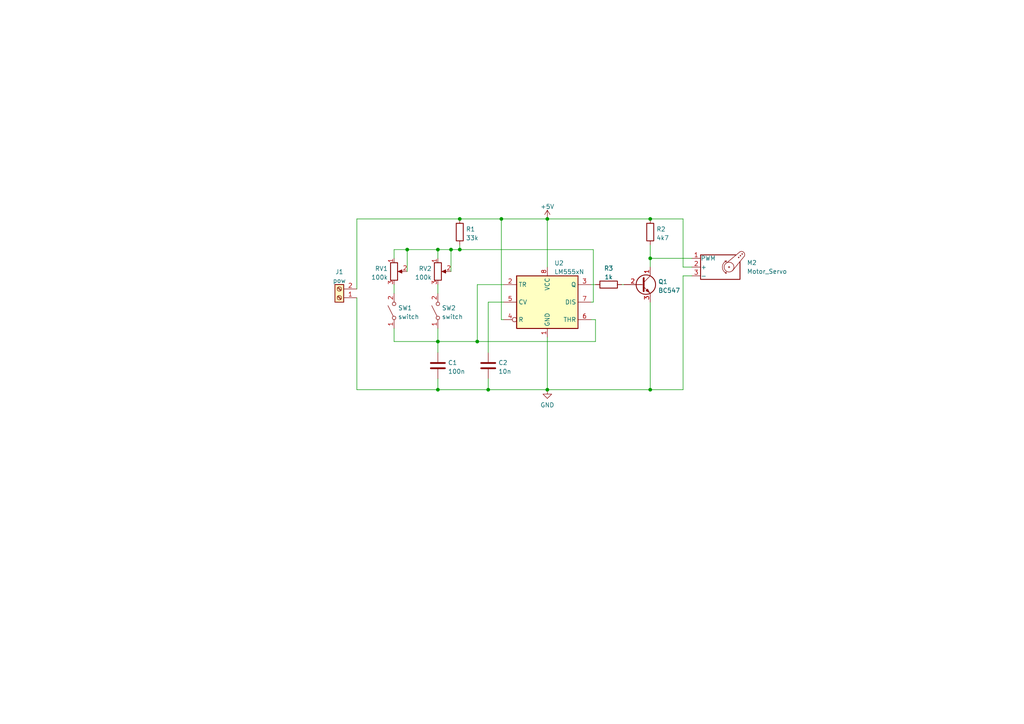
<source format=kicad_sch>
(kicad_sch (version 20230121) (generator eeschema)
  (paper "A4")
  (lib_symbols
    (symbol "Connector:Screw_Terminal_01x02" (pin_names (offset 1.016) hide)
      (property "Reference" "J" (at 0 2.54 0))
      (property "Value" "Screw_Terminal_01x02" (at 0 -5.08 0))
      (symbol "Screw_Terminal_01x02_1_1"
        (rectangle (start -1.27 1.27) (end 1.27 -3.81) (stroke (width 0.254)) (fill (type background)))
        (circle (center 0 -2.54) (radius 0.635) (stroke (width 0.1524)))
        (polyline (pts (xy -0.5334 -2.2098) (xy 0.3302 -3.048)) (stroke (width 0.1524)))
        (polyline (pts (xy -0.5334 0.3302) (xy 0.3302 -0.508)) (stroke (width 0.1524)))
        (polyline (pts (xy -0.3556 -2.032) (xy 0.508 -2.8702)) (stroke (width 0.1524)))
        (polyline (pts (xy -0.3556 0.508) (xy 0.508 -0.3302)) (stroke (width 0.1524)))
        (circle (center 0 0) (radius 0.635) (stroke (width 0.1524)))
        (pin passive line (at -5.08 0 0) (length 3.81) (name "Pin_1") (number "1"))
        (pin passive line (at -5.08 -2.54 0) (length 3.81) (name "Pin_2") (number "2"))
      )
    )
    (symbol "Device:C" (pin_numbers hide) (pin_names (offset 0.254))
      (property "Reference" "C" (at 0.635 2.54 0))
      (property "Value" "C" (at 0.635 -2.54 0))
      (symbol "C_0_1"
        (polyline (pts (xy -2.032 -0.762) (xy 2.032 -0.762)) (stroke (width 0.508)))
        (polyline (pts (xy -2.032 0.762) (xy 2.032 0.762)) (stroke (width 0.508)))
      )
      (symbol "C_1_1"
        (pin passive line (at 0 3.81 270) (length 2.794) (name "~") (number "1"))
        (pin passive line (at 0 -3.81 90) (length 2.794) (name "~") (number "2"))
      )
    )
    (symbol "Device:R" (pin_numbers hide) (pin_names (offset 0))
      (property "Reference" "R" (at 2.032 0 90))
      (property "Value" "R" (at 0 0 90))
      (symbol "R_0_1"
        (rectangle (start -1.016 -2.54) (end 1.016 2.54) (stroke (width 0.254)))
      )
      (symbol "R_1_1"
        (pin passive line (at 0 3.81 270) (length 1.27) (name "~") (number "1"))
        (pin passive line (at 0 -3.81 90) (length 1.27) (name "~") (number "2"))
      )
    )
    (symbol "Device:R_Potentiometer" (pin_names (offset 1.016) hide)
      (property "Reference" "RV" (at -4.445 0 90))
      (property "Value" "R_Potentiometer" (at -2.54 0 90))
      (symbol "R_Potentiometer_0_1"
        (polyline (pts (xy 2.54 0) (xy 1.524 0)))
        (polyline (pts (xy 1.143 0) (xy 2.286 0.508) (xy 2.286 -0.508) (xy 1.143 0)) (fill (type outline)))
        (rectangle (start 1.016 2.54) (end -1.016 -2.54) (stroke (width 0.254)))
      )
      (symbol "R_Potentiometer_1_1"
        (pin passive line (at 0 3.81 270) (length 1.27) (name "1") (number "1"))
        (pin passive line (at 3.81 0 180) (length 1.27) (name "2") (number "2"))
        (pin passive line (at 0 -3.81 90) (length 1.27) (name "3") (number "3"))
      )
    )
    (symbol "Motor:Motor_Servo" (pin_names (offset 0.0254))
      (property "Reference" "M" (at -5.08 4.445 0))
      (property "Value" "Motor_Servo" (at -5.08 -4.064 0))
      (symbol "Motor_Servo_0_1"
        (polyline (pts (xy 2.413 -1.778) (xy 2.032 -1.778)))
        (polyline (pts (xy 2.413 -1.778) (xy 2.286 -1.397)))
        (polyline (pts (xy 2.413 1.778) (xy 1.905 1.778)))
        (polyline (pts (xy 2.413 1.778) (xy 2.286 1.397)))
        (polyline (pts (xy 6.35 4.445) (xy 2.54 1.27)))
        (polyline (pts (xy 7.62 3.175) (xy 4.191 -1.016)))
        (polyline (pts (xy 5.08 3.556) (xy -5.08 3.556) (xy -5.08 -3.556) (xy 6.35 -3.556) (xy 6.35 1.524)) (stroke (width 0.254)))
        (arc (start 2.413 1.778) (mid 1.2406 0) (end 2.413 -1.778))
        (circle (center 3.175 0) (radius 0.1778))
        (circle (center 3.175 0) (radius 1.4224))
        (circle (center 5.969 2.794) (radius 0.127))
        (circle (center 6.477 3.302) (radius 0.127))
        (circle (center 6.985 3.81) (radius 0.127))
        (arc (start 7.62 3.175) (mid 7.4485 4.2735) (end 6.35 4.445))
      )
      (symbol "Motor_Servo_1_1"
        (pin passive line (at -7.62 2.54 0) (length 2.54) (name "PWM") (number "1"))
        (pin passive line (at -7.62 0 0) (length 2.54) (name "+") (number "2"))
        (pin passive line (at -7.62 -2.54 0) (length 2.54) (name "-") (number "3"))
      )
    )
    (symbol "Switch:SW_SPST" (pin_names (offset 0) hide)
      (property "Reference" "SW" (at 0 3.175 0))
      (property "Value" "SW_SPST" (at 0 -2.54 0))
      (symbol "SW_SPST_0_0"
        (circle (center -2.032 0) (radius 0.508))
        (polyline (pts (xy -1.524 0.254) (xy 1.524 1.778)))
        (circle (center 2.032 0) (radius 0.508))
      )
      (symbol "SW_SPST_1_1"
        (pin passive line (at -5.08 0 0) (length 2.54) (name "A") (number "1"))
        (pin passive line (at 5.08 0 180) (length 2.54) (name "B") (number "2"))
      )
    )
    (symbol "Timer:LM555xN"
      (property "Reference" "U" (at -10.16 8.89 0))
      (property "Value" "LM555xN" (at 2.54 8.89 0))
      (symbol "LM555xN_0_0"
        (pin power_in line (at 0 -10.16 90) (length 2.54) (name "GND") (number "1"))
        (pin power_in line (at 0 10.16 270) (length 2.54) (name "VCC") (number "8"))
      )
      (symbol "LM555xN_0_1"
        (rectangle (start -8.89 -7.62) (end 8.89 7.62) (stroke (width 0.254)) (fill (type background)))
        (rectangle (start -8.89 -7.62) (end 8.89 7.62) (stroke (width 0.254)) (fill (type background)))
      )
      (symbol "LM555xN_1_1"
        (pin input line (at -12.7 5.08 0) (length 3.81) (name "TR") (number "2"))
        (pin output line (at 12.7 5.08 180) (length 3.81) (name "Q") (number "3"))
        (pin input inverted (at -12.7 -5.08 0) (length 3.81) (name "R") (number "4"))
        (pin input line (at -12.7 0 0) (length 3.81) (name "CV") (number "5"))
        (pin input line (at 12.7 -5.08 180) (length 3.81) (name "THR") (number "6"))
        (pin input line (at 12.7 0 180) (length 3.81) (name "DIS") (number "7"))
      )
    )
    (symbol "Transistor_BJT:BC547" (pin_names (offset 0) hide)
      (property "Reference" "Q" (at 5.08 1.905 0))
      (property "Value" "BC547" (at 5.08 0 0))
      (symbol "BC547_0_1"
        (polyline (pts (xy 0 0) (xy 0.635 0)))
        (polyline (pts (xy 0.635 0.635) (xy 2.54 2.54)))
        (polyline (pts (xy 0.635 -0.635) (xy 2.54 -2.54) (xy 2.54 -2.54)))
        (polyline (pts (xy 0.635 1.905) (xy 0.635 -1.905) (xy 0.635 -1.905)) (stroke (width 0.508)))
        (polyline (pts (xy 1.27 -1.778) (xy 1.778 -1.27) (xy 2.286 -2.286) (xy 1.27 -1.778) (xy 1.27 -1.778)) (fill (type outline)))
        (circle (center 1.27 0) (radius 2.8194) (stroke (width 0.254)))
      )
      (symbol "BC547_1_1"
        (pin passive line (at 2.54 5.08 270) (length 2.54) (name "C") (number "1"))
        (pin input line (at -5.08 0 0) (length 5.08) (name "B") (number "2"))
        (pin passive line (at 2.54 -5.08 90) (length 2.54) (name "E") (number "3"))
      )
    )
    (symbol "power:+5V" (power) (pin_names (offset 0))
      (property "Value" "+5V" (at 0 3.556 0))
      (symbol "+5V_0_1"
        (polyline (pts (xy -0.762 1.27) (xy 0 2.54)))
        (polyline (pts (xy 0 0) (xy 0 2.54)))
        (polyline (pts (xy 0 2.54) (xy 0.762 1.27)))
      )
      (symbol "+5V_1_1"
        (pin power_in line (at 0 0 90) (length 0) hide (name "+5V") (number "1"))
      )
    )
    (symbol "power:GND" (power) (pin_names (offset 0))
      (property "Value" "GND" (at 0 -3.81 0))
      (symbol "GND_0_1"
        (polyline (pts (xy 0 0) (xy 0 -1.27) (xy 1.27 -1.27) (xy 0 -2.54) (xy -1.27 -1.27) (xy 0 -1.27)))
      )
      (symbol "GND_1_1"
        (pin power_in line (at 0 0 270) (length 0) hide (name "GND") (number "1"))
      )
    )
  )
  (junction (at 130.81 72.39))
  (junction (at 158.75 113.03))
  (junction (at 118.11 72.39))
  (junction (at 127 113.03))
  (junction (at 145.415 63.5))
  (junction (at 188.595 74.93))
  (junction (at 188.595 63.5))
  (junction (at 127 99.06))
  (junction (at 133.35 63.5))
  (junction (at 141.605 113.03))
  (junction (at 133.35 72.39))
  (junction (at 158.75 63.5))
  (junction (at 127 72.39))
  (junction (at 188.595 113.03))
  (junction (at 138.43 99.06))
  (wire (pts (xy 103.505 83.82) (xy 103.505 63.5)))
  (wire (pts (xy 141.605 87.63) (xy 146.05 87.63)))
  (wire (pts (xy 127 102.235) (xy 127 99.06)))
  (wire (pts (xy 180.975 82.55) (xy 180.34 82.55)))
  (wire (pts (xy 141.605 87.63) (xy 141.605 102.235)))
  (wire (pts (xy 141.605 109.855) (xy 141.605 113.03)))
  (wire (pts (xy 198.12 77.47) (xy 200.66 77.47)))
  (wire (pts (xy 127 95.25) (xy 127 99.06)))
  (wire (pts (xy 133.35 63.5) (xy 145.415 63.5)))
  (wire (pts (xy 103.505 63.5) (xy 133.35 63.5)))
  (wire (pts (xy 188.595 74.93) (xy 188.595 77.47)))
  (wire (pts (xy 127 99.06) (xy 138.43 99.06)))
  (wire (pts (xy 127 82.55) (xy 127 85.09)))
  (wire (pts (xy 158.75 63.5) (xy 188.595 63.5)))
  (wire (pts (xy 172.085 87.63) (xy 172.085 72.39)))
  (wire (pts (xy 171.45 82.55) (xy 172.72 82.55)))
  (wire (pts (xy 188.595 74.93) (xy 200.66 74.93)))
  (wire (pts (xy 158.75 97.79) (xy 158.75 113.03)))
  (wire (pts (xy 145.415 92.71) (xy 145.415 63.5)))
  (wire (pts (xy 118.11 72.39) (xy 127 72.39)))
  (wire (pts (xy 133.35 71.12) (xy 133.35 72.39)))
  (wire (pts (xy 141.605 113.03) (xy 158.75 113.03)))
  (wire (pts (xy 145.415 92.71) (xy 146.05 92.71)))
  (wire (pts (xy 114.3 72.39) (xy 114.3 74.93)))
  (wire (pts (xy 130.81 72.39) (xy 130.81 78.74)))
  (wire (pts (xy 103.505 86.36) (xy 103.505 113.03)))
  (wire (pts (xy 158.75 63.5) (xy 158.75 77.47)))
  (wire (pts (xy 138.43 82.55) (xy 146.05 82.55)))
  (wire (pts (xy 158.75 113.03) (xy 188.595 113.03)))
  (wire (pts (xy 127 113.03) (xy 141.605 113.03)))
  (wire (pts (xy 114.3 82.55) (xy 114.3 85.09)))
  (wire (pts (xy 172.085 72.39) (xy 133.35 72.39)))
  (wire (pts (xy 130.81 72.39) (xy 127 72.39)))
  (wire (pts (xy 138.43 99.06) (xy 172.72 99.06)))
  (wire (pts (xy 198.12 77.47) (xy 198.12 63.5)))
  (wire (pts (xy 188.595 87.63) (xy 188.595 113.03)))
  (wire (pts (xy 138.43 82.55) (xy 138.43 99.06)))
  (wire (pts (xy 114.3 99.06) (xy 127 99.06)))
  (wire (pts (xy 118.11 72.39) (xy 118.11 78.74)))
  (wire (pts (xy 171.45 87.63) (xy 172.085 87.63)))
  (wire (pts (xy 103.505 113.03) (xy 127 113.03)))
  (wire (pts (xy 188.595 71.12) (xy 188.595 74.93)))
  (wire (pts (xy 188.595 63.5) (xy 198.12 63.5)))
  (wire (pts (xy 172.72 92.71) (xy 172.72 99.06)))
  (wire (pts (xy 127 72.39) (xy 127 74.93)))
  (wire (pts (xy 133.35 72.39) (xy 130.81 72.39)))
  (wire (pts (xy 200.66 80.01) (xy 198.12 80.01)))
  (wire (pts (xy 114.3 99.06) (xy 114.3 95.25)))
  (wire (pts (xy 198.12 80.01) (xy 198.12 113.03)))
  (wire (pts (xy 127 109.855) (xy 127 113.03)))
  (wire (pts (xy 188.595 113.03) (xy 198.12 113.03)))
  (wire (pts (xy 114.3 72.39) (xy 118.11 72.39)))
  (wire (pts (xy 172.72 92.71) (xy 171.45 92.71)))
  (wire (pts (xy 145.415 63.5) (xy 158.75 63.5)))
  (symbol (lib_id "Device:R_Potentiometer") (at 127 78.74 0) (unit 1)
    (property "Reference" "RV2" (at 125.2221 77.9053 0) (effects (justify right)))
    (property "Value" "100k" (at 125.2221 80.4422 0) (effects (justify right)))
  )
  (symbol (lib_id "Device:R") (at 176.53 82.55 90) (unit 1)
    (property "Reference" "R3" (at 176.53 77.8342 90))
    (property "Value" "1k" (at 176.53 80.3711 90))
  )
  (symbol (lib_id "Device:C") (at 141.605 106.045 0) (unit 1)
    (property "Reference" "C2" (at 144.526 105.2103 0) (effects (justify left)))
    (property "Value" "10n" (at 144.526 107.7472 0) (effects (justify left)))
  )
  (symbol (lib_id "Device:C") (at 127 106.045 0) (unit 1)
    (property "Reference" "C1" (at 129.921 105.2103 0) (effects (justify left)))
    (property "Value" "100n" (at 129.921 107.7472 0) (effects (justify left)))
  )
  (symbol (lib_id "power:GND") (at 158.75 113.03 0) (unit 1)
    (property "Reference" "#PWR04" (effects hide))
    (property "Value" "GND" (at 158.75 117.4734 0))
  )
  (symbol (lib_id "Device:R_Potentiometer") (at 114.3 78.74 0) (unit 1)
    (property "Reference" "RV1" (at 112.5221 77.9053 0) (effects (justify right)))
    (property "Value" "100k" (at 112.5221 80.4422 0) (effects (justify right)))
  )
  (symbol (lib_id "Switch:SW_SPST") (at 127 90.17 90) (unit 1)
    (property "Reference" "SW2" (at 128.143 89.3353 90) (effects (justify right)))
    (property "Value" "switch" (at 128.143 91.8722 90) (effects (justify right)))
  )
  (symbol (lib_id "Connector:Screw_Terminal_01x02") (at 98.425 86.36 180) (unit 1)
    (property "Reference" "J1" (at 98.425 78.8502 0))
    (property "Value" "pow" (at 98.425 81.3871 0))
  )
  (symbol (lib_id "Switch:SW_SPST") (at 114.3 90.17 90) (unit 1)
    (property "Reference" "SW1" (at 115.443 89.3353 90) (effects (justify right)))
    (property "Value" "switch" (at 115.443 91.8722 90) (effects (justify right)))
  )
  (symbol (lib_id "Device:R") (at 188.595 67.31 180) (unit 1)
    (property "Reference" "R2" (at 190.373 66.4753 0) (effects (justify right)))
    (property "Value" "4k7" (at 190.373 69.0122 0) (effects (justify right)))
  )
  (symbol (lib_id "Device:R") (at 133.35 67.31 180) (unit 1)
    (property "Reference" "R1" (at 135.128 66.4753 0) (effects (justify right)))
    (property "Value" "33k" (at 135.128 69.0122 0) (effects (justify right)))
  )
  (symbol (lib_id "Transistor_BJT:BC547") (at 186.055 82.55 0) (unit 1)
    (property "Reference" "Q1" (at 190.9064 81.7153 0) (effects (justify left)))
    (property "Value" "BC547" (at 190.9064 84.2522 0) (effects (justify left)))
    (property "Footprint" "Package_TO_SOT_THT:TO-92_Inline" (effects hide))
    (property "Datasheet" "https://www.onsemi.com/pub/Collateral/BC550-D.pdf" (effects hide))
  )
  (symbol (lib_id "power:+5V") (at 158.75 63.5 0) (unit 1)
    (property "Reference" "#PWR03" (effects hide))
    (property "Value" "+5V" (at 158.75 59.9242 0))
  )
  (symbol (lib_id "Timer:LM555xN") (at 158.75 87.63 0) (unit 1)
    (property "Reference" "U2" (at 160.7694 76.3102 0) (effects (justify left)))
    (property "Value" "LM555xN" (at 160.7694 78.8471 0) (effects (justify left)))
    (property "Footprint" "Package_DIP:DIP-8_W7.62mm" (effects hide))
    (property "Datasheet" "http://www.ti.com/lit/ds/symlink/lm555.pdf" (effects hide))
  )
  (symbol (lib_id "Motor:Motor_Servo") (at 208.28 77.47 0) (unit 1)
    (property "Reference" "M2" (at 216.6398 76.2019 0) (effects (justify left)))
    (property "Value" "Motor_Servo" (at 216.6398 78.7388 0) (effects (justify left)))
    (property "Datasheet" "http://forums.parallax.com/uploads/attachments/46831/74481.png" (effects hide))
  )
)
</source>
